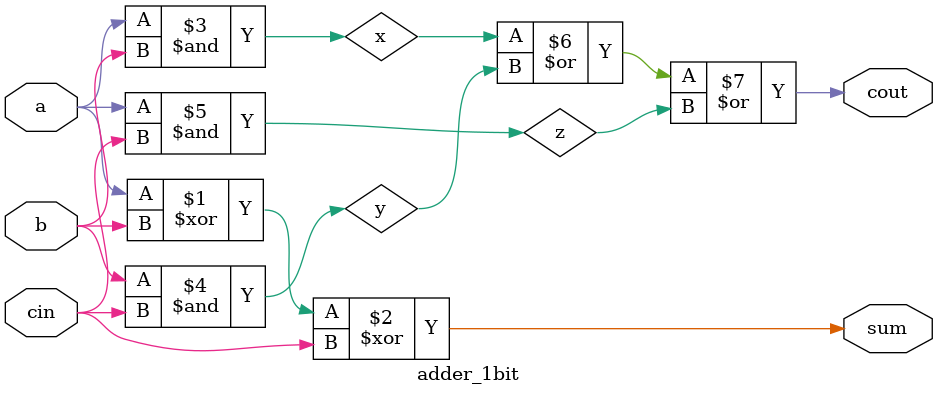
<source format=v>
`timescale 1ns / 1ps

module adder_1bit(a,b,cin,sum,cout);

input a,b,cin;

output sum,cout;

wire x,y,z;



xor(sum,a,b,cin);

and(x,a,b);

and(y,b,cin);

and(z,a,cin);

or(cout,x,y,z);



endmodule

</source>
